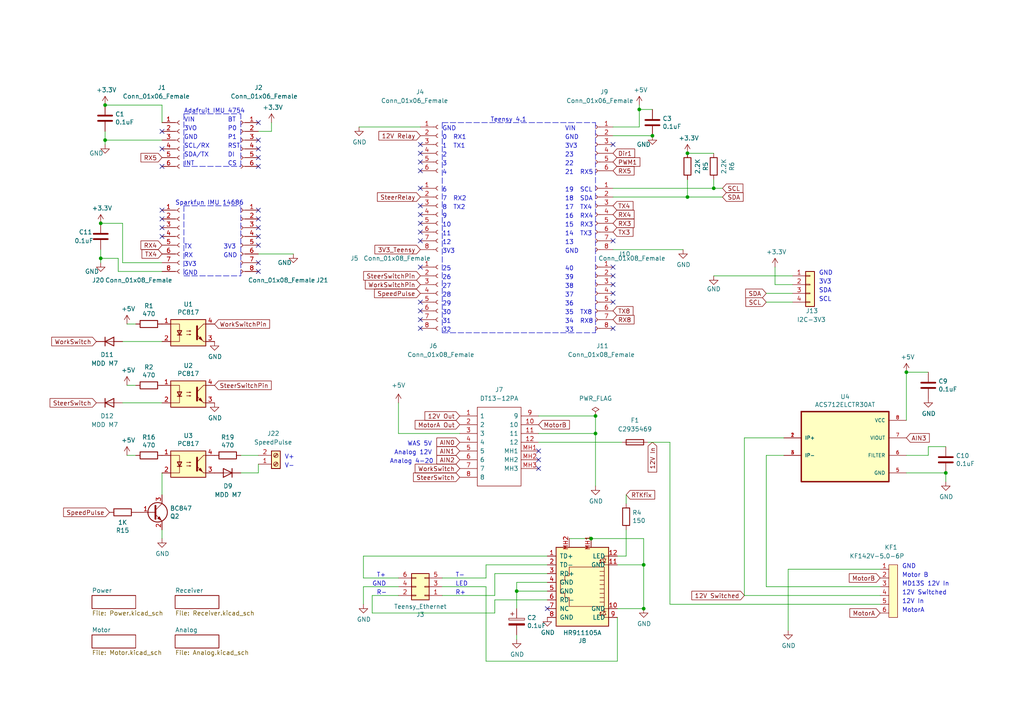
<source format=kicad_sch>
(kicad_sch (version 20211123) (generator eeschema)
  (paper "A4")
  (title_block (title "AS15") (date "2023-03-07"))
  (lib_symbols
    (symbol "Connector:Conn_01x06_Female" (pin_names (offset 1.016) hide)
      (property "Reference" "J" (at 0 7.62 0))
      (property "Value" "Conn_01x06_Female" (at 0 -10.16 0))
      (symbol "Conn_01x06_Female_1_1"
        (pin passive line (at -5.08 5.08 0) (length 3.81) (name "Pin_1") (number "1"))
        (pin passive line (at -5.08 2.54 0) (length 3.81) (name "Pin_2") (number "2"))
        (pin passive line (at -5.08 0 0) (length 3.81) (name "Pin_3") (number "3"))
        (pin passive line (at -5.08 -2.54 0) (length 3.81) (name "Pin_4") (number "4"))
        (pin passive line (at -5.08 -5.08 0) (length 3.81) (name "Pin_5") (number "5"))
        (pin passive line (at -5.08 -7.62 0) (length 3.81) (name "Pin_6") (number "6"))
      )
    )
    (symbol "Connector:Conn_01x08_Female" (pin_names (offset 1.016) hide)
      (property "Reference" "J" (at 0 10.16 0))
      (property "Value" "Conn_01x08_Female" (at 0 -12.7 0))
      (symbol "Conn_01x08_Female_1_1"
        (pin passive line (at -5.08 7.62 0) (length 3.81) (name "Pin_1") (number "1"))
        (pin passive line (at -5.08 5.08 0) (length 3.81) (name "Pin_2") (number "2"))
        (pin passive line (at -5.08 2.54 0) (length 3.81) (name "Pin_3") (number "3"))
        (pin passive line (at -5.08 0 0) (length 3.81) (name "Pin_4") (number "4"))
        (pin passive line (at -5.08 -2.54 0) (length 3.81) (name "Pin_5") (number "5"))
        (pin passive line (at -5.08 -5.08 0) (length 3.81) (name "Pin_6") (number "6"))
        (pin passive line (at -5.08 -7.62 0) (length 3.81) (name "Pin_7") (number "7"))
        (pin passive line (at -5.08 -10.16 0) (length 3.81) (name "Pin_8") (number "8"))
      )
    )
    (symbol "Connector:Screw_Terminal_01x02" (pin_names (offset 1.016) hide)
      (property "Reference" "J" (at 0 2.54 0))
      (property "Value" "Screw_Terminal_01x02" (at 0 -5.08 0))
      (symbol "Screw_Terminal_01x02_1_1"
        (pin passive line (at -5.08 0 0) (length 3.81) (name "Pin_1") (number "1"))
        (pin passive line (at -5.08 -2.54 0) (length 3.81) (name "Pin_2") (number "2"))
      )
    )
    (symbol "Connector_Generic:Conn_01x04" (pin_names (offset 1.016) hide)
      (property "Reference" "J" (at 0 5.08 0))
      (property "Value" "Conn_01x04" (at 0 -7.62 0))
      (symbol "Conn_01x04_1_1"
        (pin passive line (at -5.08 2.54 0) (length 3.81) (name "Pin_1") (number "1"))
        (pin passive line (at -5.08 0 0) (length 3.81) (name "Pin_2") (number "2"))
        (pin passive line (at -5.08 -2.54 0) (length 3.81) (name "Pin_3") (number "3"))
        (pin passive line (at -5.08 -5.08 0) (length 3.81) (name "Pin_4") (number "4"))
      )
    )
    (symbol "Connector_Generic:Conn_02x03_Odd_Even" (pin_names (offset 1.016) hide)
      (property "Reference" "J" (at 1.27 5.08 0))
      (property "Value" "Conn_02x03_Odd_Even" (at 1.27 -5.08 0))
      (symbol "Conn_02x03_Odd_Even_1_1"
        (pin passive line (at -5.08 2.54 0) (length 3.81) (name "Pin_1") (number "1"))
        (pin passive line (at 7.62 2.54 180) (length 3.81) (name "Pin_2") (number "2"))
        (pin passive line (at -5.08 0 0) (length 3.81) (name "Pin_3") (number "3"))
        (pin passive line (at 7.62 0 180) (length 3.81) (name "Pin_4") (number "4"))
        (pin passive line (at -5.08 -2.54 0) (length 3.81) (name "Pin_5") (number "5"))
        (pin passive line (at 7.62 -2.54 180) (length 3.81) (name "Pin_6") (number "6"))
      )
    )
    (symbol "Device:C" (pin_numbers hide) (pin_names (offset 0.254))
      (property "Reference" "C" (at 0.635 2.54 0))
      (property "Value" "C" (at 0.635 -2.54 0))
      (symbol "C_1_1"
        (pin passive line (at 0 3.81 270) (length 2.794) (name "~") (number "1"))
        (pin passive line (at 0 -3.81 90) (length 2.794) (name "~") (number "2"))
      )
    )
    (symbol "Device:C_Polarized" (pin_numbers hide) (pin_names (offset 0.254))
      (property "Reference" "C" (at 0.635 2.54 0))
      (property "Value" "C_Polarized" (at 0.635 -2.54 0))
      (symbol "C_Polarized_1_1"
        (pin passive line (at 0 3.81 270) (length 2.794) (name "~") (number "1"))
        (pin passive line (at 0 -3.81 90) (length 2.794) (name "~") (number "2"))
      )
    )
    (symbol "Device:Fuse" (pin_numbers hide) (pin_names (offset 0))
      (property "Reference" "F" (at 2.032 0 90))
      (property "Value" "Fuse" (at -1.905 0 90))
      (symbol "Fuse_1_1"
        (pin passive line (at 0 3.81 270) (length 1.27) (name "~") (number "1"))
        (pin passive line (at 0 -3.81 90) (length 1.27) (name "~") (number "2"))
      )
    )
    (symbol "Device:R" (pin_numbers hide) (pin_names (offset 0))
      (property "Reference" "R" (at 2.032 0 90))
      (property "Value" "R" (at 0 0 90))
      (symbol "R_1_1"
        (pin passive line (at 0 3.81 270) (length 1.27) (name "~") (number "1"))
        (pin passive line (at 0 -3.81 90) (length 1.27) (name "~") (number "2"))
      )
    )
    (symbol "Diode:MRA4003T3G" (pin_numbers hide) (pin_names hide)
      (property "Reference" "D" (at 0 2.54 0))
      (property "Value" "MRA4003T3G" (at 0 -2.54 0))
      (symbol "MRA4003T3G_1_1"
        (pin passive line (at -3.81 0 0) (length 2.54) (name "K") (number "1"))
        (pin passive line (at 3.81 0 180) (length 2.54) (name "A") (number "2"))
      )
    )
    (symbol "Isolator:PC817" (pin_names (offset 1.016))
      (property "Reference" "U" (at -5.08 5.08 0))
      (property "Value" "PC817" (at 0 5.08 0))
      (symbol "PC817_1_1"
        (pin passive line (at -7.62 2.54 0) (length 2.54) (name "~") (number "1"))
        (pin passive line (at -7.62 -2.54 0) (length 2.54) (name "~") (number "2"))
        (pin passive line (at 7.62 -2.54 180) (length 2.54) (name "~") (number "3"))
        (pin passive line (at 7.62 2.54 180) (length 2.54) (name "~") (number "4"))
      )
    )
    (symbol "MyLib:ACS712ELCTR30AT" (pin_names (offset 1.016))
      (property "Reference" "U" (at -12.8778 10.1092 0))
      (property "Value" "ACS712ELCTR30AT" (at -13.6398 -12.7508 0))
      (symbol "ACS712ELCTR30AT_0_0"
        (pin input line (at -17.78 2.54 0) (length 5.08) (name "IP+") (number "1"))
        (pin input line (at -17.78 2.54 0) (length 5.08) (name "IP+") (number "2"))
        (pin input line (at -17.78 -2.54 0) (length 5.08) (name "IP-") (number "3"))
        (pin input line (at -17.78 -2.54 0) (length 5.08) (name "IP-") (number "4"))
        (pin power_in line (at 17.78 -7.62 180) (length 5.08) (name "GND") (number "5"))
        (pin passive line (at 17.78 -2.54 180) (length 5.08) (name "FILTER") (number "6"))
        (pin output line (at 17.78 2.54 180) (length 5.08) (name "VIOUT") (number "7"))
        (pin power_in line (at 17.78 7.62 180) (length 5.08) (name "VCC") (number "8"))
      )
    )
    (symbol "MyLib:DT13-12PA" (pin_names (offset 0.762))
      (property "Reference" "J" (at 19.05 7.62 0))
      (property "Value" "DT13-12PA" (at 19.05 5.08 0))
      (symbol "DT13-12PA_0_0"
        (pin passive line (at 0 0 0) (length 5.08) (name "1") (number "1"))
        (pin passive line (at 22.86 -2.54 180) (length 5.08) (name "10") (number "10"))
        (pin passive line (at 22.86 -5.08 180) (length 5.08) (name "11") (number "11"))
        (pin passive line (at 22.86 -7.62 180) (length 5.08) (name "12") (number "12"))
        (pin passive line (at 0 -2.54 0) (length 5.08) (name "2") (number "2"))
        (pin passive line (at 0 -5.08 0) (length 5.08) (name "3") (number "3"))
        (pin passive line (at 0 -7.62 0) (length 5.08) (name "4") (number "4"))
        (pin passive line (at 0 -10.16 0) (length 5.08) (name "5") (number "5"))
        (pin passive line (at 0 -12.7 0) (length 5.08) (name "6") (number "6"))
        (pin passive line (at 0 -15.24 0) (length 5.08) (name "7") (number "7"))
        (pin passive line (at 0 -17.78 0) (length 5.08) (name "8") (number "8"))
        (pin passive line (at 22.86 0 180) (length 5.08) (name "9") (number "9"))
        (pin passive line (at 22.86 -10.16 180) (length 5.08) (name "MH1") (number "MH1"))
        (pin passive line (at 22.86 -12.7 180) (length 5.08) (name "MH2") (number "MH2"))
        (pin passive line (at 22.86 -15.24 180) (length 5.08) (name "MH3") (number "MH3"))
      )
    )
    (symbol "MyLib:HR911105A" (pin_names (offset 1.016))
      (property "Reference" "J" (at -6.0452 13.716 0))
      (property "Value" "HR911105A" (at -3.4544 13.7668 0))
      (symbol "HR911105A_1_1"
        (pin passive line (at 10.16 -7.62 180) (length 2.54) (name "TD+") (number "1"))
        (pin passive line (at -10.16 7.62 0) (length 2.54) (name "GND") (number "10"))
        (pin passive line (at -10.16 -5.08 0) (length 2.54) (name "GND") (number "11"))
        (pin passive line (at -10.16 -7.62 0) (length 2.54) (name "LED") (number "12"))
        (pin passive line (at 10.16 -5.08 180) (length 2.54) (name "TD-") (number "2"))
        (pin passive line (at 10.16 -2.54 180) (length 2.54) (name "RD+") (number "3"))
        (pin passive line (at 10.16 0 180) (length 2.54) (name "GND") (number "4"))
        (pin passive line (at 10.16 2.54 180) (length 2.54) (name "GND") (number "5"))
        (pin passive line (at 10.16 5.08 180) (length 2.54) (name "RD-") (number "6"))
        (pin passive line (at 10.16 7.62 180) (length 2.54) (name "NC") (number "7"))
        (pin passive line (at 10.16 10.16 180) (length 2.54) (name "GND") (number "8"))
        (pin passive line (at -10.16 10.16 0) (length 2.54) (name "LED") (number "9"))
        (pin passive line (at -2.54 -12.7 90) (length 2.54) (name "~") (number "MH1"))
        (pin passive line (at 3.81 -12.7 90) (length 2.54) (name "~") (number "MH2"))
      )
    )
    (symbol "MyLib:KF142V-5.0-6P" (pin_names (offset 1.016))
      (property "Reference" "KF" (at 8.89 -5.08 0))
      (property "Value" "KF142V-5.0-6P" (at 8.89 -7.62 0))
      (symbol "KF142V-5.0-6P_1_1"
        (pin passive line (at 15.24 2.54 270) (length 2.54) (name "~") (number "1"))
        (pin passive line (at 12.7 2.54 270) (length 2.54) (name "~") (number "2"))
        (pin passive line (at 10.16 2.54 270) (length 2.54) (name "~") (number "3"))
        (pin passive line (at 7.62 2.54 270) (length 2.54) (name "~") (number "4"))
        (pin passive line (at 5.08 2.54 270) (length 2.54) (name "~") (number "5"))
        (pin passive line (at 2.54 2.54 270) (length 2.54) (name "~") (number "6"))
      )
    )
    (symbol "Transistor_BJT:BC847" (pin_names (offset 0) hide)
      (property "Reference" "Q" (at 5.08 1.905 0))
      (property "Value" "BC847" (at 5.08 0 0))
      (symbol "BC847_1_1"
        (pin input line (at -5.08 0 0) (length 5.715) (name "B") (number "1"))
        (pin passive line (at 2.54 -5.08 90) (length 2.54) (name "E") (number "2"))
        (pin passive line (at 2.54 5.08 270) (length 2.54) (name "C") (number "3"))
      )
    )
    (symbol "power:+3.3V" (power) (pin_names (offset 0))
      (property "Value" "+3.3V" (at 0 3.556 0))
      (symbol "+3.3V_1_1"
        (pin power_in line (at 0 0 90) (length 0) hide (name "+3.3V") (number "1"))
      )
    )
    (symbol "power:+5V" (power) (pin_names (offset 0))
      (property "Value" "+5V" (at 0 3.556 0))
      (symbol "+5V_1_1"
        (pin power_in line (at 0 0 90) (length 0) hide (name "+5V") (number "1"))
      )
    )
    (symbol "power:GND" (power) (pin_names (offset 0))
      (property "Value" "GND" (at 0 -3.81 0))
      (symbol "GND_1_1"
        (pin power_in line (at 0 0 270) (length 0) hide (name "GND") (number "1"))
      )
    )
    (symbol "power:PWR_FLAG" (power) (pin_numbers hide) (pin_names (offset 0) hide)
      (property "Value" "PWR_FLAG" (at 0 3.81 0))
      (symbol "PWR_FLAG_0_0"
        (pin power_out line (at 0 0 90) (length 0) (name "pwr") (number "1"))
      )
    )
  )
  (junction (at 30.48 30.48))
  (junction (at 186.69 163.83))
  (junction (at 274.32 137.16))
  (junction (at 186.69 176.53))
  (junction (at 171.45 156.21))
  (junction (at 29.21 74.93))
  (junction (at 172.72 125.73))
  (junction (at 199.39 57.15))
  (junction (at 172.72 120.65))
  (junction (at 29.21 64.77))
  (junction (at 262.89 107.95))
  (junction (at 30.48 40.64))
  (junction (at 189.23 39.37))
  (junction (at 199.39 44.45))
  (junction (at 185.42 31.75))
  (junction (at 149.86 171.45))
  (junction (at 207.01 54.61))
  (no_connect (at 74.93 78.74))
  (no_connect (at 74.93 45.72))
  (no_connect (at 121.92 46.99))
  (no_connect (at 177.8 77.47))
  (no_connect (at 121.92 44.45))
  (no_connect (at 74.93 43.18))
  (no_connect (at 158.75 176.53))
  (no_connect (at 121.92 54.61))
  (no_connect (at 74.93 68.58))
  (no_connect (at 156.21 133.35))
  (no_connect (at 46.99 48.26))
  (no_connect (at 177.8 41.91))
  (no_connect (at 74.93 63.5))
  (no_connect (at 121.92 41.91))
  (no_connect (at 177.8 95.25))
  (no_connect (at 74.93 76.2))
  (no_connect (at 46.99 60.96))
  (no_connect (at 177.8 87.63))
  (no_connect (at 46.99 68.58))
  (no_connect (at 156.21 135.89))
  (no_connect (at 121.92 95.25))
  (no_connect (at 46.99 38.1))
  (no_connect (at 74.93 40.64))
  (no_connect (at 121.92 90.17))
  (no_connect (at 46.99 63.5))
  (no_connect (at 74.93 71.12))
  (no_connect (at 121.92 87.63))
  (no_connect (at 121.92 62.23))
  (no_connect (at 121.92 67.31))
  (no_connect (at 177.8 85.09))
  (no_connect (at 74.93 60.96))
  (no_connect (at 121.92 64.77))
  (no_connect (at 46.99 66.04))
  (no_connect (at 177.8 82.55))
  (no_connect (at 121.92 49.53))
  (no_connect (at 121.92 92.71))
  (no_connect (at 46.99 43.18))
  (no_connect (at 177.8 80.01))
  (no_connect (at 74.93 35.56))
  (no_connect (at 74.93 48.26))
  (no_connect (at 121.92 59.69))
  (no_connect (at 177.8 69.85))
  (no_connect (at 121.92 77.47))
  (no_connect (at 156.21 130.81))
  (no_connect (at 74.93 66.04))
  (no_connect (at 121.92 69.85))
  (wire (pts (xy 140.97 167.64) (xy 140.97 163.83)))
  (wire (pts (xy 105.41 167.64) (xy 115.57 167.64)))
  (wire (pts (xy 179.07 191.77) (xy 179.07 179.07)))
  (wire (pts (xy 158.75 168.91) (xy 149.86 168.91)))
  (wire (pts (xy 171.45 156.21) (xy 186.69 156.21)))
  (wire (pts (xy 74.93 38.1) (xy 78.74 38.1)))
  (wire (pts (xy 34.29 74.93) (xy 29.21 74.93)))
  (wire (pts (xy 186.69 163.83) (xy 186.69 156.21)))
  (wire (pts (xy 255.27 165.1) (xy 228.6 165.1)))
  (wire (pts (xy 121.92 36.83) (xy 104.14 36.83)))
  (wire (pts (xy 199.39 57.15) (xy 209.55 57.15)))
  (wire (pts (xy 269.24 132.08) (xy 269.24 129.54)))
  (polyline (pts (xy 53.34 80.01) (xy 69.85 80.01)))
  (wire (pts (xy 262.89 132.08) (xy 269.24 132.08)))
  (wire (pts (xy 177.8 57.15) (xy 199.39 57.15)))
  (wire (pts (xy 30.48 40.64) (xy 46.99 40.64)))
  (wire (pts (xy 186.69 163.83) (xy 186.69 176.53)))
  (wire (pts (xy 207.01 52.07) (xy 207.01 54.61)))
  (wire (pts (xy 222.25 170.18) (xy 222.25 132.08)))
  (wire (pts (xy 207.01 80.01) (xy 229.87 80.01)))
  (wire (pts (xy 35.56 116.84) (xy 46.99 116.84)))
  (polyline (pts (xy 53.34 48.26) (xy 69.85 48.26)))
  (polyline (pts (xy 128.27 96.52) (xy 172.72 96.52)))
  (wire (pts (xy 215.9 172.72) (xy 255.27 172.72)))
  (wire (pts (xy 149.86 168.91) (xy 149.86 171.45)))
  (wire (pts (xy 133.35 125.73) (xy 115.57 125.73)))
  (wire (pts (xy 140.97 170.18) (xy 140.97 191.77)))
  (wire (pts (xy 181.61 161.29) (xy 181.61 153.67)))
  (polyline (pts (xy 53.34 33.02) (xy 53.34 48.26)))
  (wire (pts (xy 199.39 52.07) (xy 199.39 57.15)))
  (wire (pts (xy 46.99 153.67) (xy 46.99 156.21)))
  (polyline (pts (xy 128.27 35.56) (xy 128.27 96.52)))
  (wire (pts (xy 128.27 167.64) (xy 140.97 167.64)))
  (wire (pts (xy 143.51 166.37) (xy 143.51 172.72)))
  (wire (pts (xy 158.75 173.99) (xy 143.51 173.99)))
  (wire (pts (xy 187.96 128.27) (xy 194.31 128.27)))
  (wire (pts (xy 105.41 170.18) (xy 105.41 175.26)))
  (wire (pts (xy 228.6 165.1) (xy 228.6 182.88)))
  (wire (pts (xy 30.48 40.64) (xy 30.48 41.91)))
  (wire (pts (xy 177.8 39.37) (xy 189.23 39.37)))
  (polyline (pts (xy 53.34 59.69) (xy 53.34 80.01)))
  (wire (pts (xy 194.31 175.26) (xy 255.27 175.26)))
  (wire (pts (xy 215.9 172.72) (xy 215.9 127)))
  (wire (pts (xy 185.42 31.75) (xy 185.42 36.83)))
  (wire (pts (xy 30.48 40.64) (xy 30.48 38.1)))
  (wire (pts (xy 105.41 161.29) (xy 105.41 167.64)))
  (wire (pts (xy 156.21 125.73) (xy 172.72 125.73)))
  (wire (pts (xy 46.99 30.48) (xy 30.48 30.48)))
  (wire (pts (xy 39.37 111.76) (xy 36.83 111.76)))
  (wire (pts (xy 255.27 170.18) (xy 222.25 170.18)))
  (wire (pts (xy 198.12 72.39) (xy 177.8 72.39)))
  (wire (pts (xy 179.07 176.53) (xy 186.69 176.53)))
  (wire (pts (xy 207.01 54.61) (xy 209.55 54.61)))
  (wire (pts (xy 35.56 64.77) (xy 29.21 64.77)))
  (wire (pts (xy 107.95 172.72) (xy 115.57 172.72)))
  (wire (pts (xy 39.37 132.08) (xy 36.83 132.08)))
  (wire (pts (xy 199.39 44.45) (xy 207.01 44.45)))
  (polyline (pts (xy 69.85 48.26) (xy 69.85 33.02)))
  (polyline (pts (xy 53.34 59.69) (xy 69.85 59.69)))
  (wire (pts (xy 74.93 73.66) (xy 85.09 73.66)))
  (wire (pts (xy 179.07 161.29) (xy 181.61 161.29)))
  (wire (pts (xy 185.42 36.83) (xy 177.8 36.83)))
  (wire (pts (xy 46.99 30.48) (xy 46.99 35.56)))
  (wire (pts (xy 222.25 132.08) (xy 227.33 132.08)))
  (polyline (pts (xy 128.27 35.56) (xy 172.72 35.56)))
  (wire (pts (xy 35.56 76.2) (xy 35.56 64.77)))
  (wire (pts (xy 177.8 54.61) (xy 207.01 54.61)))
  (wire (pts (xy 46.99 76.2) (xy 35.56 76.2)))
  (polyline (pts (xy 69.85 80.01) (xy 69.85 59.69)))
  (wire (pts (xy 262.89 107.95) (xy 269.24 107.95)))
  (wire (pts (xy 156.21 120.65) (xy 172.72 120.65)))
  (wire (pts (xy 35.56 99.06) (xy 46.99 99.06)))
  (wire (pts (xy 143.51 172.72) (xy 128.27 172.72)))
  (wire (pts (xy 34.29 78.74) (xy 34.29 74.93)))
  (wire (pts (xy 149.86 171.45) (xy 149.86 176.53)))
  (wire (pts (xy 69.85 132.08) (xy 74.93 132.08)))
  (wire (pts (xy 158.75 163.83) (xy 140.97 163.83)))
  (polyline (pts (xy 172.72 96.52) (xy 172.72 35.56)))
  (wire (pts (xy 185.42 31.75) (xy 189.23 31.75)))
  (wire (pts (xy 181.61 143.51) (xy 181.61 146.05)))
  (wire (pts (xy 158.75 171.45) (xy 149.86 171.45)))
  (wire (pts (xy 29.21 74.93) (xy 29.21 76.2)))
  (wire (pts (xy 179.07 163.83) (xy 186.69 163.83)))
  (wire (pts (xy 222.25 87.63) (xy 229.87 87.63)))
  (wire (pts (xy 194.31 128.27) (xy 194.31 175.26)))
  (wire (pts (xy 165.1 156.21) (xy 171.45 156.21)))
  (wire (pts (xy 39.37 93.98) (xy 36.83 93.98)))
  (wire (pts (xy 107.95 172.72) (xy 107.95 177.8)))
  (wire (pts (xy 172.72 125.73) (xy 172.72 140.97)))
  (wire (pts (xy 46.99 78.74) (xy 34.29 78.74)))
  (wire (pts (xy 158.75 166.37) (xy 143.51 166.37)))
  (wire (pts (xy 224.79 77.47) (xy 224.79 82.55)))
  (wire (pts (xy 215.9 127) (xy 227.33 127)))
  (wire (pts (xy 46.99 137.16) (xy 46.99 143.51)))
  (wire (pts (xy 274.32 137.16) (xy 274.32 139.7)))
  (wire (pts (xy 172.72 120.65) (xy 172.72 125.73)))
  (wire (pts (xy 105.41 161.29) (xy 158.75 161.29)))
  (wire (pts (xy 262.89 121.92) (xy 262.89 107.95)))
  (wire (pts (xy 149.86 184.15) (xy 149.86 185.42)))
  (wire (pts (xy 140.97 191.77) (xy 179.07 191.77)))
  (wire (pts (xy 107.95 177.8) (xy 143.51 177.8)))
  (wire (pts (xy 115.57 125.73) (xy 115.57 116.84)))
  (wire (pts (xy 156.21 128.27) (xy 180.34 128.27)))
  (wire (pts (xy 262.89 137.16) (xy 274.32 137.16)))
  (wire (pts (xy 269.24 129.54) (xy 274.32 129.54)))
  (polyline (pts (xy 53.34 33.02) (xy 69.85 33.02)))
  (wire (pts (xy 78.74 35.56) (xy 78.74 38.1)))
  (wire (pts (xy 222.25 85.09) (xy 229.87 85.09)))
  (wire (pts (xy 143.51 173.99) (xy 143.51 177.8)))
  (wire (pts (xy 29.21 72.39) (xy 29.21 74.93)))
  (wire (pts (xy 74.93 134.62) (xy 74.93 137.16)))
  (wire (pts (xy 185.42 30.48) (xy 185.42 31.75)))
  (wire (pts (xy 69.85 137.16) (xy 74.93 137.16)))
  (wire (pts (xy 224.79 82.55) (xy 229.87 82.55)))
  (wire (pts (xy 128.27 170.18) (xy 140.97 170.18)))
  (wire (pts (xy 115.57 170.18) (xy 105.41 170.18)))
  (text "23" (at 163.83 45.72 0) (effects (font (size 1.27 1.27)) (justify left bottom)))
  (text "3V3" (at 163.83 43.18 0) (effects (font (size 1.27 1.27)) (justify left bottom)))
  (text "T-" (at 132.08 167.64 0) (effects (font (size 1.27 1.27)) (justify left bottom)))
  (text "36" (at 163.83 88.9 0) (effects (font (size 1.27 1.27)) (justify left bottom)))
  (text "3V3" (at 53.34 77.47 0) (effects (font (size 1.27 1.27)) (justify left bottom)))
  (text "SDA" (at 237.49 85.09 0) (effects (font (size 1.27 1.27)) (justify left bottom)))
  (text "38" (at 163.83 83.82 0) (effects (font (size 1.27 1.27)) (justify left bottom)))
  (text "26" (at 128.27 81.28 0) (effects (font (size 1.27 1.27)) (justify left bottom)))
  (text "GND" (at 64.77 74.93 0) (effects (font (size 1.27 1.27)) (justify left bottom)))
  (text "11" (at 128.27 68.58 0) (effects (font (size 1.27 1.27)) (justify left bottom)))
  (text "3" (at 128.27 48.26 0) (effects (font (size 1.27 1.27)) (justify left bottom)))
  (text "GND" (at 53.34 40.64 0) (effects (font (size 1.27 1.27)) (justify left bottom)))
  (text "DI" (at 66.04 45.72 0) (effects (font (size 1.27 1.27)) (justify left bottom)))
  (text "4" (at 128.27 50.8 0) (effects (font (size 1.27 1.27)) (justify left bottom)))
  (text "GND" (at 237.49 80.01 0) (effects (font (size 1.27 1.27)) (justify left bottom)))
  (text "Analog 4-20" (at 113.03 134.62 0) (effects (font (size 1.27 1.27)) (justify left bottom)))
  (text "V-" (at 82.55 135.89 0) (effects (font (size 1.27 1.27)) (justify left bottom)))
  (text "7  RX2" (at 128.27 58.42 0) (effects (font (size 1.27 1.27)) (justify left bottom)))
  (text "19  SCL" (at 163.83 55.88 0) (effects (font (size 1.27 1.27)) (justify left bottom)))
  (text "30" (at 128.27 91.44 0) (effects (font (size 1.27 1.27)) (justify left bottom)))
  (text "BT" (at 66.04 35.56 0) (effects (font (size 1.27 1.27)) (justify left bottom)))
  (text "2" (at 128.27 45.72 0) (effects (font (size 1.27 1.27)) (justify left bottom)))
  (text "Teensy 4.1" (at 142.24 35.56 0) (effects (font (size 1.27 1.27)) (justify left bottom)))
  (text "GND" (at 128.27 38.1 0) (effects (font (size 1.27 1.27)) (justify left bottom)))
  (text "Motor B" (at 261.62 167.64 0) (effects (font (size 1.27 1.27)) (justify left bottom)))
  (text "LED" (at 132.08 170.18 0) (effects (font (size 1.27 1.27)) (justify left bottom)))
  (text "8  TX2" (at 128.27 60.96 0) (effects (font (size 1.27 1.27)) (justify left bottom)))
  (text "3V3" (at 128.27 73.66 0) (effects (font (size 1.27 1.27)) (justify left bottom)))
  (text "6" (at 128.27 55.88 0) (effects (font (size 1.27 1.27)) (justify left bottom)))
  (text "Analog 12V" (at 114.3 132.08 0) (effects (font (size 1.27 1.27)) (justify left bottom)))
  (text "R-" (at 109.22 172.72 0) (effects (font (size 1.27 1.27)) (justify left bottom)))
  (text "GND" (at 163.83 40.64 0) (effects (font (size 1.27 1.27)) (justify left bottom)))
  (text "35  TX8" (at 163.83 91.44 0) (effects (font (size 1.27 1.27)) (justify left bottom)))
  (text "25" (at 128.27 78.74 0) (effects (font (size 1.27 1.27)) (justify left bottom)))
  (text "12" (at 128.27 71.12 0) (effects (font (size 1.27 1.27)) (justify left bottom)))
  (text "GND" (at 107.95 170.18 0) (effects (font (size 1.27 1.27)) (justify left bottom)))
  (text "39" (at 163.83 81.28 0) (effects (font (size 1.27 1.27)) (justify left bottom)))
  (text "16  RX4" (at 163.83 63.5 0) (effects (font (size 1.27 1.27)) (justify left bottom)))
  (text "SCL/RX" (at 53.34 43.18 0) (effects (font (size 1.27 1.27)) (justify left bottom)))
  (text "WAS 5V" (at 118.11 129.54 0) (effects (font (size 1.27 1.27)) (justify left bottom)))
  (text "GND" (at 261.62 165.1 0) (effects (font (size 1.27 1.27)) (justify left bottom)))
  (text "22" (at 163.83 48.26 0) (effects (font (size 1.27 1.27)) (justify left bottom)))
  (text "31" (at 128.27 93.98 0) (effects (font (size 1.27 1.27)) (justify left bottom)))
  (text "14  TX3" (at 163.83 68.58 0) (effects (font (size 1.27 1.27)) (justify left bottom)))
  (text "T+" (at 109.22 167.64 0) (effects (font (size 1.27 1.27)) (justify left bottom)))
  (text "VIN" (at 53.34 35.56 0) (effects (font (size 1.27 1.27)) (justify left bottom)))
  (text "CS" (at 66.04 48.26 0) (effects (font (size 1.27 1.27)) (justify left bottom)))
  (text "17  TX4" (at 163.83 60.96 0) (effects (font (size 1.27 1.27)) (justify left bottom)))
  (text "RST" (at 66.04 43.18 0) (effects (font (size 1.27 1.27)) (justify left bottom)))
  (text "VIN" (at 163.83 38.1 0) (effects (font (size 1.27 1.27)) (justify left bottom)))
  (text "3VO" (at 53.34 38.1 0) (effects (font (size 1.27 1.27)) (justify left bottom)))
  (text "33" (at 163.83 96.52 0) (effects (font (size 1.27 1.27)) (justify left bottom)))
  (text "R+" (at 132.08 172.72 0) (effects (font (size 1.27 1.27)) (justify left bottom)))
  (text "3V3" (at 64.77 72.39 0) (effects (font (size 1.27 1.27)) (justify left bottom)))
  (text "10" (at 128.27 66.04 0) (effects (font (size 1.27 1.27)) (justify left bottom)))
  (text "12V In" (at 261.62 175.26 0) (effects (font (size 1.27 1.27)) (justify left bottom)))
  (text "P0" (at 66.04 38.1 0) (effects (font (size 1.27 1.27)) (justify left bottom)))
  (text "MotorA\n" (at 261.62 177.8 0) (effects (font (size 1.27 1.27)) (justify left bottom)))
  (text "40" (at 163.83 78.74 0) (effects (font (size 1.27 1.27)) (justify left bottom)))
  (text "MD13S 12V In\n" (at 261.62 170.18 0) (effects (font (size 1.27 1.27)) (justify left bottom)))
  (text "34  RX8" (at 163.83 93.98 0) (effects (font (size 1.27 1.27)) (justify left bottom)))
  (text "29" (at 128.27 88.9 0) (effects (font (size 1.27 1.27)) (justify left bottom)))
  (text "Sparkfun IMU 14686" (at 50.8 59.69 0) (effects (font (size 1.27 1.27)) (justify left bottom)))
  (text "12V Switched" (at 261.62 172.72 0) (effects (font (size 1.27 1.27)) (justify left bottom)))
  (text "1  TX1" (at 128.27 43.18 0) (effects (font (size 1.27 1.27)) (justify left bottom)))
  (text "V+" (at 82.55 133.35 0) (effects (font (size 1.27 1.27)) (justify left bottom)))
  (text "18  SDA" (at 163.83 58.42 0) (effects (font (size 1.27 1.27)) (justify left bottom)))
  (text "INT" (at 53.34 48.26 0) (effects (font (size 1.27 1.27)) (justify left bottom)))
  (text "37" (at 163.83 86.36 0) (effects (font (size 1.27 1.27)) (justify left bottom)))
  (text "27" (at 128.27 83.82 0) (effects (font (size 1.27 1.27)) (justify left bottom)))
  (text "32" (at 128.27 96.52 0) (effects (font (size 1.27 1.27)) (justify left bottom)))
  (text "P1" (at 66.04 40.64 0) (effects (font (size 1.27 1.27)) (justify left bottom)))
  (text "0  RX1" (at 128.27 40.64 0) (effects (font (size 1.27 1.27)) (justify left bottom)))
  (text "13" (at 163.83 71.12 0) (effects (font (size 1.27 1.27)) (justify left bottom)))
  (text "GND" (at 163.83 73.66 0) (effects (font (size 1.27 1.27)) (justify left bottom)))
  (text "9" (at 128.27 63.5 0) (effects (font (size 1.27 1.27)) (justify left bottom)))
  (text "28" (at 128.27 86.36 0) (effects (font (size 1.27 1.27)) (justify left bottom)))
  (text "SDA/TX" (at 53.34 45.72 0) (effects (font (size 1.27 1.27)) (justify left bottom)))
  (text "21  RX5" (at 163.83 50.8 0) (effects (font (size 1.27 1.27)) (justify left bottom)))
  (text "GND" (at 53.34 80.01 0) (effects (font (size 1.27 1.27)) (justify left bottom)))
  (text "SCL" (at 237.49 87.63 0) (effects (font (size 1.27 1.27)) (justify left bottom)))
  (text "TX\n" (at 53.34 72.39 0) (effects (font (size 1.27 1.27)) (justify left bottom)))
  (text "15  RX3" (at 163.83 66.04 0) (effects (font (size 1.27 1.27)) (justify left bottom)))
  (text "3V3" (at 237.49 82.55 0) (effects (font (size 1.27 1.27)) (justify left bottom)))
  (text "RX" (at 53.34 74.93 0) (effects (font (size 1.27 1.27)) (justify left bottom)))
  (text "Adafruit IMU 4754\n" (at 53.34 33.02 0) (effects (font (size 1.27 1.27)) (justify left bottom)))
  (global_label "SpeedPulse" (shape input) (at 121.92 85.09 180) (property "Intersheet References" "${INTERSHEET_REFS}" (effects hide)))
  (global_label "SCL" (shape input) (at 222.25 87.63 180) (property "Intersheet References" "${INTERSHEET_REFS}" (effects hide)))
  (global_label "RTKfix" (shape input) (at 181.61 143.51 0) (property "Intersheet References" "${INTERSHEET_REFS}" (effects hide)))
  (global_label "MotorA" (shape input) (at 255.27 177.8 180) (property "Intersheet References" "${INTERSHEET_REFS}" (effects hide)))
  (global_label "MotorB" (shape input) (at 255.27 167.64 180) (property "Intersheet References" "${INTERSHEET_REFS}" (effects hide)))
  (global_label "TX3" (shape input) (at 177.8 67.31 0) (property "Intersheet References" "${INTERSHEET_REFS}" (effects hide)))
  (global_label "AIN2" (shape input) (at 133.35 133.35 180) (property "Intersheet References" "${INTERSHEET_REFS}" (effects hide)))
  (global_label "MotorA Out" (shape input) (at 133.35 123.19 180) (property "Intersheet References" "${INTERSHEET_REFS}" (effects hide)))
  (global_label "TX8" (shape input) (at 177.8 90.17 0) (property "Intersheet References" "${INTERSHEET_REFS}" (effects hide)))
  (global_label "RX4" (shape input) (at 46.99 71.12 180) (property "Intersheet References" "${INTERSHEET_REFS}" (effects hide)))
  (global_label "SDA" (shape input) (at 209.55 57.15 0) (property "Intersheet References" "${INTERSHEET_REFS}" (effects hide)))
  (global_label "SpeedPulse" (shape input) (at 31.75 148.59 180) (property "Intersheet References" "${INTERSHEET_REFS}" (effects hide)))
  (global_label "AIN0" (shape input) (at 133.35 128.27 180) (property "Intersheet References" "${INTERSHEET_REFS}" (effects hide)))
  (global_label "AIN1" (shape input) (at 133.35 130.81 180) (property "Intersheet References" "${INTERSHEET_REFS}" (effects hide)))
  (global_label "SteerSwitch" (shape input) (at 27.94 116.84 180) (property "Intersheet References" "${INTERSHEET_REFS}" (effects hide)))
  (global_label "WorkSwitch" (shape input) (at 133.35 135.89 180) (property "Intersheet References" "${INTERSHEET_REFS}" (effects hide)))
  (global_label "WorkSwitchPin" (shape input) (at 62.23 93.98 0) (property "Intersheet References" "${INTERSHEET_REFS}" (effects hide)))
  (global_label "3V3_Teensy" (shape input) (at 121.92 72.39 180) (property "Intersheet References" "${INTERSHEET_REFS}" (effects hide)))
  (global_label "SteerRelay" (shape input) (at 121.92 57.15 180) (property "Intersheet References" "${INTERSHEET_REFS}" (effects hide)))
  (global_label "12V Out" (shape input) (at 133.35 120.65 180) (property "Intersheet References" "${INTERSHEET_REFS}" (effects hide)))
  (global_label "RX5" (shape input) (at 177.8 49.53 0) (property "Intersheet References" "${INTERSHEET_REFS}" (effects hide)))
  (global_label "TX4" (shape input) (at 177.8 59.69 0) (property "Intersheet References" "${INTERSHEET_REFS}" (effects hide)))
  (global_label "RX3" (shape input) (at 177.8 64.77 0) (property "Intersheet References" "${INTERSHEET_REFS}" (effects hide)))
  (global_label "RX8" (shape input) (at 177.8 92.71 0) (property "Intersheet References" "${INTERSHEET_REFS}" (effects hide)))
  (global_label "12V Switched" (shape input) (at 215.9 172.72 180) (property "Intersheet References" "${INTERSHEET_REFS}" (effects hide)))
  (global_label "SDA" (shape input) (at 222.25 85.09 180) (property "Intersheet References" "${INTERSHEET_REFS}" (effects hide)))
  (global_label "AIN3" (shape input) (at 262.89 127 0) (property "Intersheet References" "${INTERSHEET_REFS}" (effects hide)))
  (global_label "PWM1" (shape input) (at 177.8 46.99 0) (property "Intersheet References" "${INTERSHEET_REFS}" (effects hide)))
  (global_label "Dir1" (shape input) (at 177.8 44.45 0) (property "Intersheet References" "${INTERSHEET_REFS}" (effects hide)))
  (global_label "RX5" (shape input) (at 46.99 45.72 180) (property "Intersheet References" "${INTERSHEET_REFS}" (effects hide)))
  (global_label "12V In" (shape input) (at 189.23 128.27 270) (property "Intersheet References" "${INTERSHEET_REFS}" (effects hide)))
  (global_label "12V Relay" (shape input) (at 121.92 39.37 180) (property "Intersheet References" "${INTERSHEET_REFS}" (effects hide)))
  (global_label "MotorB" (shape input) (at 156.21 123.19 0) (property "Intersheet References" "${INTERSHEET_REFS}" (effects hide)))
  (global_label "SteerSwitchPin" (shape input) (at 62.23 111.76 0) (property "Intersheet References" "${INTERSHEET_REFS}" (effects hide)))
  (global_label "WorkSwitchPin" (shape input) (at 121.92 82.55 180) (property "Intersheet References" "${INTERSHEET_REFS}" (effects hide)))
  (global_label "SteerSwitch" (shape input) (at 133.35 138.43 180) (property "Intersheet References" "${INTERSHEET_REFS}" (effects hide)))
  (global_label "SteerSwitchPin" (shape input) (at 121.92 80.01 180) (property "Intersheet References" "${INTERSHEET_REFS}" (effects hide)))
  (global_label "SCL" (shape input) (at 209.55 54.61 0) (property "Intersheet References" "${INTERSHEET_REFS}" (effects hide)))
  (global_label "TX4" (shape input) (at 46.99 73.66 180) (property "Intersheet References" "${INTERSHEET_REFS}" (effects hide)))
  (global_label "RX4" (shape input) (at 177.8 62.23 0) (property "Intersheet References" "${INTERSHEET_REFS}" (effects hide)))
  (global_label "WorkSwitch" (shape input) (at 27.94 99.06 180) (property "Intersheet References" "${INTERSHEET_REFS}" (effects hide)))
  (symbol (lib_id "Device:R") (at 199.39 48.26 180) (unit 1)
    (property "Reference" "R5" (at 204.6478 48.26 90))
    (property "Value" "2.2K" (at 202.3364 48.26 90))
    (property "Footprint" "Resistor_SMD:R_0603_1608Metric" (effects hide))
  )
  (symbol (lib_id "Device:R") (at 181.61 149.86 0) (unit 1)
    (property "Reference" "R4" (at 183.388 148.6916 0) (effects (justify left)))
    (property "Value" "150" (at 183.388 151.003 0) (effects (justify left)))
    (property "Footprint" "Resistor_SMD:R_0603_1608Metric" (effects hide))
  )
  (symbol (lib_id "power:+3.3V") (at 224.79 77.47 0) (unit 1)
    (property "Reference" "#PWR026" (effects hide))
    (property "Value" "+3.3V" (at 225.171 73.0758 0))
  )
  (symbol (lib_id "power:GND") (at 198.12 72.39 0) (unit 1)
    (property "Reference" "#PWR021" (effects hide))
    (property "Value" "GND" (at 198.247 76.7842 0))
  )
  (symbol (lib_id "Connector:Conn_01x08_Female") (at 69.85 68.58 0) (mirror y) (unit 1)
    (property "Reference" "J21" (at 95.25 81.28 0) (effects (justify left)))
    (property "Value" "Conn_01x08_Female" (at 91.44 81.28 0) (effects (justify left)))
    (property "Footprint" "Connector_PinSocket_2.54mm:PinSocket_1x08_P2.54mm_Vertical" (effects hide))
  )
  (symbol (lib_id "Device:R") (at 43.18 132.08 270) (unit 1)
    (property "Reference" "R16" (at 43.18 126.8222 90))
    (property "Value" "470" (at 43.18 129.1336 90))
    (property "Footprint" "Resistor_SMD:R_0603_1608Metric" (effects hide))
  )
  (symbol (lib_id "Connector:Conn_01x08_Female") (at 127 85.09 0) (unit 1)
    (property "Reference" "J6" (at 124.46 100.33 0) (effects (justify left)))
    (property "Value" "Conn_01x08_Female" (at 118.11 102.87 0) (effects (justify left)))
    (property "Footprint" "Connector_PinSocket_2.54mm:PinSocket_1x08_P2.54mm_Vertical" (effects hide))
  )
  (symbol (lib_id "Device:Fuse") (at 184.15 128.27 90) (unit 1)
    (property "Reference" "F1" (at 184.15 121.92 90))
    (property "Value" "C2935469" (at 184.15 124.46 90))
    (property "Footprint" "MyFootprints:Fuse_Holder_C2935469" (effects hide))
  )
  (symbol (lib_id "MyLib:HR911105A") (at 168.91 168.91 180) (unit 1)
    (property "Reference" "J8" (at 168.91 185.8518 0))
    (property "Value" "HR911105A" (at 168.91 183.5404 0))
    (property "Footprint" "MyFootprints:HR911105A" (effects hide))
  )
  (symbol (lib_id "Device:C_Polarized") (at 149.86 180.34 0) (unit 1)
    (property "Reference" "C2" (at 152.8572 179.1716 0) (effects (justify left)))
    (property "Value" "0.1uF" (at 152.8572 181.483 0) (effects (justify left)))
    (property "Footprint" "Capacitor_SMD:C_0805_2012Metric" (effects hide))
  )
  (symbol (lib_id "power:GND") (at 186.69 176.53 0) (unit 1)
    (property "Reference" "#PWR019" (effects hide))
    (property "Value" "GND" (at 186.817 180.9242 0))
  )
  (symbol (lib_id "Diode:MRA4003T3G") (at 66.04 137.16 180) (unit 1)
    (property "Reference" "D9" (at 64.77 140.97 0) (effects (justify right)))
    (property "Value" "MDD M7" (at 62.23 143.51 0) (effects (justify right)))
    (property "Footprint" "Diode_SMD:D_SMA" (effects hide))
    (property "Datasheet" "https://www.lcsc.com/product-detail/Diodes-General-Purpose_MDD-Microdiode-Electronics-M7_C95872.html" (effects hide))
  )
  (symbol (lib_id "power:+3.3V") (at 30.48 30.48 0) (unit 1)
    (property "Reference" "#PWR01" (effects hide))
    (property "Value" "+3V3" (at 30.861 26.0858 0))
  )
  (symbol (lib_id "MyLib:ACS712ELCTR30AT") (at 245.11 129.54 0) (unit 1)
    (property "Reference" "U4" (at 245.11 115.062 0))
    (property "Value" "ACS712ELCTR30AT" (at 245.11 117.3734 0))
    (property "Footprint" "MyFootprints:SOIC127P600X175-8N" (effects hide))
    (property "B_MIN" "0.31" (effects hide))
    (property "L_MAX" "1.27" (effects hide))
    (property "B_MAX" "0.51" (effects hide))
    (property "MANUFACTURER" "Allegro" (effects hide))
    (property "E_NOM" "6.0" (effects hide))
    (property "L_NOM" "0.835" (effects hide))
    (property "D2_MAX" "0.0" (effects hide))
    (property "A1_MIN" "0.1" (effects hide))
    (property "E1_MIN" "3.8" (effects hide))
    (property "PIN_COUNT" "8.0" (effects hide))
    (property "D_NOM" "4.9" (effects hide))
    (property "D_MAX" "5.0" (effects hide))
    (property "ENOM" "1.27" (effects hide))
    (property "D_MIN" "4.8" (effects hide))
    (property "A_NOM" "1.75" (effects hide))
    (property "E1_NOM" "3.9" (effects hide))
    (property "A_MIN" "1.75" (effects hide))
    (property "E_MIN" "5.9" (effects hide))
    (property "E1_MAX" "4.0" (effects hide))
    (property "B_NOM" "0.41" (effects hide))
    (property "E_MAX" "6.1" (effects hide))
    (property "L_MIN" "0.4" (effects hide))
    (property "PARTREV" "1.0" (effects hide))
    (property "STANDARD" "IPC 7351B" (effects hide))
    (property "E2_MAX" "0.0" (effects hide))
    (property "A_MAX" "1.75" (effects hide))
  )
  (symbol (lib_id "Device:R") (at 43.18 111.76 270) (unit 1)
    (property "Reference" "R2" (at 43.18 106.5022 90))
    (property "Value" "470" (at 43.18 108.8136 90))
    (property "Footprint" "Resistor_SMD:R_0603_1608Metric" (effects hide))
  )
  (symbol (lib_id "MyLib:KF142V-5.0-6P") (at 257.81 180.34 90) (unit 1)
    (property "Reference" "KF1" (at 256.54 158.75 90) (effects (justify right)))
    (property "Value" "KF142V-5.0-6P" (at 246.38 161.29 90) (effects (justify right)))
    (property "Footprint" "MyFootprints:KF142V-5.08-6P" (effects hide))
  )
  (symbol (lib_id "Connector:Conn_01x06_Female") (at 172.72 41.91 0) (mirror y) (unit 1)
    (property "Reference" "J9" (at 175.26 26.67 0))
    (property "Value" "Conn_01x06_Female" (at 173.99 29.21 0))
    (property "Footprint" "Connector_PinSocket_2.54mm:PinSocket_1x06_P2.54mm_Vertical" (effects hide))
  )
  (symbol (lib_id "power:PWR_FLAG") (at 172.72 120.65 0) (unit 1)
    (property "Reference" "#FLG0101" (effects hide))
    (property "Value" "PWR_FLAG" (at 172.72 115.57 0))
  )
  (symbol (lib_id "power:GND") (at 149.86 185.42 0) (unit 1)
    (property "Reference" "#PWR014" (effects hide))
    (property "Value" "GND" (at 149.987 189.8142 0))
  )
  (symbol (lib_id "power:+5V") (at 36.83 93.98 0) (unit 1)
    (property "Reference" "#PWR03" (effects hide))
    (property "Value" "+5V" (at 37.211 89.5858 0))
  )
  (symbol (lib_id "Connector:Conn_01x08_Female") (at 127 62.23 0) (unit 1)
    (property "Reference" "J5" (at 101.6 74.93 0) (effects (justify left)))
    (property "Value" "Conn_01x08_Female" (at 105.41 74.93 0) (effects (justify left)))
    (property "Footprint" "Connector_PinSocket_2.54mm:PinSocket_1x08_P2.54mm_Vertical" (effects hide))
  )
  (symbol (lib_id "power:+5V") (at 115.57 116.84 0) (unit 1)
    (property "Reference" "#PWR0102" (effects hide))
    (property "Value" "+5V" (at 115.57 111.76 0))
  )
  (symbol (lib_id "power:+5V") (at 262.89 107.95 0) (unit 1)
    (property "Reference" "#PWR0106" (effects hide))
    (property "Value" "+5V" (at 263.271 103.5558 0))
  )
  (symbol (lib_id "Device:C") (at 274.32 133.35 0) (unit 1)
    (property "Reference" "C10" (at 277.241 132.1816 0) (effects (justify left)))
    (property "Value" "0.1uF" (at 277.241 134.493 0) (effects (justify left)))
    (property "Footprint" "Capacitor_SMD:C_0805_2012Metric" (effects hide))
  )
  (symbol (lib_id "power:+5V") (at 185.42 30.48 0) (unit 1)
    (property "Reference" "#PWR018" (effects hide))
    (property "Value" "+5V" (at 185.801 26.0858 0))
  )
  (symbol (lib_id "Connector:Conn_01x08_Female") (at 172.72 85.09 0) (mirror y) (unit 1)
    (property "Reference" "J11" (at 176.53 100.33 0) (effects (justify left)))
    (property "Value" "Conn_01x08_Female" (at 184.15 102.87 0) (effects (justify left)))
    (property "Footprint" "Connector_PinSocket_2.54mm:PinSocket_1x08_P2.54mm_Vertical" (effects hide))
  )
  (symbol (lib_id "power:GND") (at 158.75 179.07 0) (unit 1)
    (property "Reference" "#PWR015" (effects hide))
    (property "Value" "GND" (at 158.877 183.4642 0))
  )
  (symbol (lib_id "Connector_Generic:Conn_01x04") (at 234.95 82.55 0) (unit 1)
    (property "Reference" "J13" (at 233.68 90.17 0) (effects (justify left)))
    (property "Value" "I2C-3V3" (at 231.14 92.71 0) (effects (justify left)))
    (property "Footprint" "MyFootprints:Qwic_vertical" (effects hide))
  )
  (symbol (lib_id "Device:C") (at 269.24 111.76 0) (unit 1)
    (property "Reference" "C9" (at 272.161 110.5916 0) (effects (justify left)))
    (property "Value" "0.1uF" (at 272.161 112.903 0) (effects (justify left)))
    (property "Footprint" "Capacitor_SMD:C_0805_2012Metric" (effects hide))
  )
  (symbol (lib_id "Isolator:PC817") (at 54.61 134.62 0) (unit 1)
    (property "Reference" "U3" (at 54.61 126.365 0))
    (property "Value" "PC817" (at 54.61 128.6764 0))
    (property "Footprint" "MyFootprints:SOIC254P960X420-4N" (effects hide))
    (property "Datasheet" "http://www.soselectronic.cz/a_info/resource/d/pc817.pdf" (effects hide))
  )
  (symbol (lib_id "Device:R") (at 66.04 132.08 270) (unit 1)
    (property "Reference" "R19" (at 66.04 126.8222 90))
    (property "Value" "470" (at 66.04 129.1336 90))
    (property "Footprint" "Resistor_SMD:R_0603_1608Metric" (effects hide))
  )
  (symbol (lib_id "Connector:Conn_01x06_Female") (at 52.07 40.64 0) (unit 1)
    (property "Reference" "J1" (at 45.72 25.4 0) (effects (justify left)))
    (property "Value" "Conn_01x06_Female" (at 35.56 27.94 0) (effects (justify left)))
    (property "Footprint" "Connector_PinSocket_2.54mm:PinSocket_1x06_P2.54mm_Vertical" (effects hide))
  )
  (symbol (lib_id "Connector:Conn_01x08_Female") (at 52.07 68.58 0) (unit 1)
    (property "Reference" "J20" (at 26.67 81.28 0) (effects (justify left)))
    (property "Value" "Conn_01x08_Female" (at 30.48 81.28 0) (effects (justify left)))
    (property "Footprint" "Connector_PinSocket_2.54mm:PinSocket_1x08_P2.54mm_Vertical" (effects hide))
  )
  (symbol (lib_id "Device:C") (at 189.23 35.56 0) (unit 1)
    (property "Reference" "C3" (at 192.151 34.3916 0) (effects (justify left)))
    (property "Value" "0.1uF" (at 192.151 36.703 0) (effects (justify left)))
    (property "Footprint" "Capacitor_SMD:C_0805_2012Metric" (effects hide))
  )
  (symbol (lib_id "Transistor_BJT:BC847") (at 44.45 148.59 0) (unit 1)
    (property "Reference" "Q2" (at 49.3014 149.7584 0) (effects (justify left)))
    (property "Value" "BC847" (at 49.3014 147.447 0) (effects (justify left)))
    (property "Footprint" "Package_TO_SOT_SMD:SOT-23" (effects hide))
    (property "Datasheet" "http://www.infineon.com/dgdl/Infineon-BC847SERIES_BC848SERIES_BC849SERIES_BC850SERIES-DS-v01_01-en.pdf?fileId=db3a304314dca389011541d4630a1657" (effects hide))
  )
  (symbol (lib_id "Connector:Conn_01x06_Female") (at 127 41.91 0) (unit 1)
    (property "Reference" "J4" (at 120.65 26.67 0) (effects (justify left)))
    (property "Value" "Conn_01x06_Female" (at 110.49 29.21 0) (effects (justify left)))
    (property "Footprint" "Connector_PinSocket_2.54mm:PinSocket_1x06_P2.54mm_Vertical" (effects hide))
  )
  (symbol (lib_id "Isolator:PC817") (at 54.61 96.52 0) (unit 1)
    (property "Reference" "U1" (at 54.61 88.265 0))
    (property "Value" "PC817" (at 54.61 90.5764 0))
    (property "Footprint" "MyFootprints:SOIC254P960X420-4N" (effects hide))
    (property "Datasheet" "http://www.soselectronic.cz/a_info/resource/d/pc817.pdf" (effects hide))
  )
  (symbol (lib_id "Diode:MRA4003T3G") (at 31.75 99.06 0) (unit 1)
    (property "Reference" "D11" (at 33.02 102.87 0) (effects (justify right)))
    (property "Value" "MDD M7" (at 34.29 105.41 0) (effects (justify right)))
    (property "Footprint" "Diode_SMD:D_SMA" (effects hide))
    (property "Datasheet" "https://www.lcsc.com/product-detail/Diodes-General-Purpose_MDD-Microdiode-Electronics-M7_C95872.html" (effects hide))
  )
  (symbol (lib_id "Device:C") (at 30.48 34.29 0) (unit 1)
    (property "Reference" "C1" (at 33.401 33.1216 0) (effects (justify left)))
    (property "Value" "0.1uF" (at 33.401 35.433 0) (effects (justify left)))
    (property "Footprint" "Capacitor_SMD:C_0805_2012Metric" (effects hide))
  )
  (symbol (lib_id "Connector:Conn_01x08_Female") (at 172.72 62.23 0) (mirror y) (unit 1)
    (property "Reference" "J10" (at 182.88 73.66 0) (effects (justify left)))
    (property "Value" "Conn_01x08_Female" (at 193.04 74.93 0) (effects (justify left)))
    (property "Footprint" "Connector_PinSocket_2.54mm:PinSocket_1x08_P2.54mm_Vertical" (effects hide))
  )
  (symbol (lib_id "power:GND") (at 62.23 99.06 0) (unit 1)
    (property "Reference" "#PWR06" (effects hide))
    (property "Value" "GND" (at 62.357 103.4542 0))
  )
  (symbol (lib_id "Device:R") (at 35.56 148.59 90) (unit 1)
    (property "Reference" "R15" (at 35.56 153.8478 90))
    (property "Value" "1K" (at 35.56 151.5364 90))
    (property "Footprint" "Resistor_SMD:R_0603_1608Metric" (effects hide))
  )
  (symbol (lib_id "power:+3.3V") (at 29.21 64.77 0) (unit 1)
    (property "Reference" "#PWR047" (effects hide))
    (property "Value" "+3V3" (at 29.591 60.3758 0))
  )
  (symbol (lib_id "power:GND") (at 274.32 139.7 0) (unit 1)
    (property "Reference" "#PWR0105" (effects hide))
    (property "Value" "GND" (at 274.447 144.0942 0))
  )
  (symbol (lib_id "Connector:Screw_Terminal_01x02") (at 80.01 134.62 0) (mirror x) (unit 1)
    (property "Reference" "J22" (at 77.47 125.73 0) (effects (justify left)))
    (property "Value" "SpeedPulse" (at 73.66 128.27 0) (effects (justify left)))
    (property "Footprint" "TerminalBlock_Phoenix:TerminalBlock_Phoenix_PT-1,5-2-5.0-H_1x02_P5.00mm_Horizontal" (effects hide))
  )
  (symbol (lib_id "power:GND") (at 62.23 116.84 0) (unit 1)
    (property "Reference" "#PWR07" (effects hide))
    (property "Value" "GND" (at 62.357 121.2342 0))
  )
  (symbol (lib_id "Diode:MRA4003T3G") (at 31.75 116.84 0) (unit 1)
    (property "Reference" "D12" (at 33.02 120.65 0) (effects (justify right)))
    (property "Value" "MDD M7" (at 34.29 123.19 0) (effects (justify right)))
    (property "Footprint" "Diode_SMD:D_SMA" (effects hide))
    (property "Datasheet" "https://www.lcsc.com/product-detail/Diodes-General-Purpose_MDD-Microdiode-Electronics-M7_C95872.html" (effects hide))
  )
  (symbol (lib_id "Connector:Conn_01x06_Female") (at 69.85 40.64 0) (mirror y) (unit 1)
    (property "Reference" "J2" (at 76.2 25.4 0) (effects (justify left)))
    (property "Value" "Conn_01x06_Female" (at 86.36 27.94 0) (effects (justify left)))
    (property "Footprint" "Connector_PinSocket_2.54mm:PinSocket_1x06_P2.54mm_Vertical" (effects hide))
  )
  (symbol (lib_id "power:+3.3V") (at 78.74 35.56 0) (unit 1)
    (property "Reference" "#PWR09" (effects hide))
    (property "Value" "+3V3" (at 79.121 31.1658 0))
  )
  (symbol (lib_id "power:GND") (at 105.41 175.26 0) (unit 1)
    (property "Reference" "#PWR010" (effects hide))
    (property "Value" "GND" (at 105.537 179.6542 0))
  )
  (symbol (lib_id "Isolator:PC817") (at 54.61 114.3 0) (unit 1)
    (property "Reference" "U2" (at 54.61 106.045 0))
    (property "Value" "PC817" (at 54.61 108.3564 0))
    (property "Footprint" "MyFootprints:SOIC254P960X420-4N" (effects hide))
    (property "Datasheet" "http://www.soselectronic.cz/a_info/resource/d/pc817.pdf" (effects hide))
  )
  (symbol (lib_id "Connector_Generic:Conn_02x03_Odd_Even") (at 123.19 170.18 180) (unit 1)
    (property "Reference" "J3" (at 121.92 178.2318 0))
    (property "Value" "Teensy_Ethernet" (at 121.92 175.9204 0))
    (property "Footprint" "Connector_PinHeader_2.00mm:PinHeader_2x03_P2.00mm_Vertical" (effects hide))
  )
  (symbol (lib_id "Device:R") (at 207.01 48.26 180) (unit 1)
    (property "Reference" "R6" (at 212.2678 48.26 90))
    (property "Value" "2.2K" (at 209.9564 48.26 90))
    (property "Footprint" "Resistor_SMD:R_0603_1608Metric" (effects hide))
  )
  (symbol (lib_id "power:GND") (at 104.14 36.83 0) (unit 1)
    (property "Reference" "#PWR013" (effects hide))
    (property "Value" "GND" (at 104.267 41.2242 0))
  )
  (symbol (lib_id "power:GND") (at 85.09 73.66 0) (unit 1)
    (property "Reference" "#PWR0104" (effects hide))
    (property "Value" "GND" (at 82.55 76.2 0))
  )
  (symbol (lib_id "power:GND") (at 189.23 39.37 0) (unit 1)
    (property "Reference" "#PWR020" (effects hide))
    (property "Value" "GND" (at 186.69 41.91 0))
  )
  (symbol (lib_id "power:GND") (at 30.48 41.91 0) (unit 1)
    (property "Reference" "#PWR02" (effects hide))
    (property "Value" "GND" (at 27.94 44.45 0))
  )
  (symbol (lib_id "MyLib:DT13-12PA") (at 133.35 120.65 0) (unit 1)
    (property "Reference" "J7" (at 144.78 113.03 0))
    (property "Value" "DT13-12PA" (at 144.78 115.57 0))
    (property "Footprint" "MyFootprints:DT1312PA" (effects hide))
    (property "Datasheet" "https://componentsearchengine.com/Datasheets/1/DT13-12PA.pdf" (effects hide))
    (property "Description" "Automotive Connectors 12P DT 90DEG RECEP HEADER" (effects hide))
    (property "Height" "35.26" (effects hide))
    (property "Manufacturer_Name" "TE Connectivity" (effects hide))
    (property "Manufacturer_Part_Number" "DT13-12PA" (effects hide))
    (property "Mouser Part Number" "571-DT13-12PA" (effects hide))
    (property "Mouser Price/Stock" "https://www.mouser.co.uk/ProductDetail/TE-Connectivity-DEUTSCH/DT13-12PA?qs=vkMqrgFpRahFscUAzs597g%3D%3D" (effects hide))
    (property "Arrow Part Number" "DT13-12PA" (effects hide))
    (property "Arrow Price/Stock" "https://www.arrow.com/en/products/dt13-12pa/te-connectivity" (effects hide))
  )
  (symbol (lib_id "power:+5V") (at 36.83 132.08 0) (unit 1)
    (property "Reference" "#PWR058" (effects hide))
    (property "Value" "+5V" (at 37.211 127.6858 0))
  )
  (symbol (lib_id "power:GND") (at 46.99 156.21 0) (unit 1)
    (property "Reference" "#PWR062" (effects hide))
    (property "Value" "GND" (at 47.117 160.6042 0))
  )
  (symbol (lib_id "Device:C") (at 29.21 68.58 0) (unit 1)
    (property "Reference" "C11" (at 22.86 67.31 0) (effects (justify left)))
    (property "Value" "0.1uF" (at 21.59 69.85 0) (effects (justify left)))
    (property "Footprint" "Capacitor_SMD:C_0805_2012Metric" (effects hide))
  )
  (symbol (lib_id "Device:R") (at 43.18 93.98 270) (unit 1)
    (property "Reference" "R1" (at 43.18 88.7222 90))
    (property "Value" "470" (at 43.18 91.0336 90))
    (property "Footprint" "Resistor_SMD:R_0603_1608Metric" (effects hide))
  )
  (symbol (lib_id "power:+5V") (at 36.83 111.76 0) (unit 1)
    (property "Reference" "#PWR04" (effects hide))
    (property "Value" "+5V" (at 37.211 107.3658 0))
  )
  (symbol (lib_id "power:GND") (at 29.21 76.2 0) (unit 1)
    (property "Reference" "#PWR057" (effects hide))
    (property "Value" "GND" (at 26.67 78.74 0))
  )
  (symbol (lib_id "power:GND") (at 172.72 140.97 0) (unit 1)
    (property "Reference" "#PWR0101" (effects hide))
    (property "Value" "GND" (at 172.847 145.3642 0))
  )
  (symbol (lib_id "power:GND") (at 228.6 182.88 0) (unit 1)
    (property "Reference" "#PWR023" (effects hide))
    (property "Value" "GND" (at 228.727 187.2742 0))
  )
  (symbol (lib_id "power:GND") (at 207.01 80.01 0) (unit 1)
    (property "Reference" "#PWR022" (effects hide))
    (property "Value" "GND" (at 207.01 83.82 0))
  )
  (symbol (lib_id "power:GND") (at 269.24 115.57 0) (unit 1)
    (property "Reference" "#PWR0107" (effects hide))
    (property "Value" "GND" (at 269.367 119.9642 0))
  )
  (symbol (lib_id "power:+3.3V") (at 199.39 44.45 0) (unit 1)
    (property "Reference" "#PWR0103" (effects hide))
    (property "Value" "+3.3V" (at 199.771 40.0558 0))
  )
  (sheet (at 26.67 184.15) (size 12.7 3.81) (stroke (width 0.1524))
    (property "Sheet name" "Motor" (at 26.67 183.4384 0) (effects (justify left bottom)))
    (property "Sheet file" "Motor.kicad_sch" (at 26.67 188.5446 0) (effects (justify left top)))
  )
  (sheet (at 50.8 172.72) (size 12.7 3.81) (stroke (width 0.1524))
    (property "Sheet name" "Receiver" (at 50.8 172.0084 0) (effects (justify left bottom)))
    (property "Sheet file" "Receiver.kicad_sch" (at 50.8 177.1146 0) (effects (justify left top)))
  )
  (sheet (at 50.8 184.15) (size 12.7 3.81) (stroke (width 0.1524))
    (property "Sheet name" "Analog" (at 50.8 183.4384 0) (effects (justify left bottom)))
    (property "Sheet file" "Analog.kicad_sch" (at 50.8 188.5446 0) (effects (justify left top)))
  )
  (sheet (at 26.67 172.72) (size 12.7 3.81) (stroke (width 0.1524))
    (property "Sheet name" "Power" (at 26.67 172.0084 0) (effects (justify left bottom)))
    (property "Sheet file" "Power.kicad_sch" (at 26.67 177.1146 0) (effects (justify left top)))
  )
)
</source>
